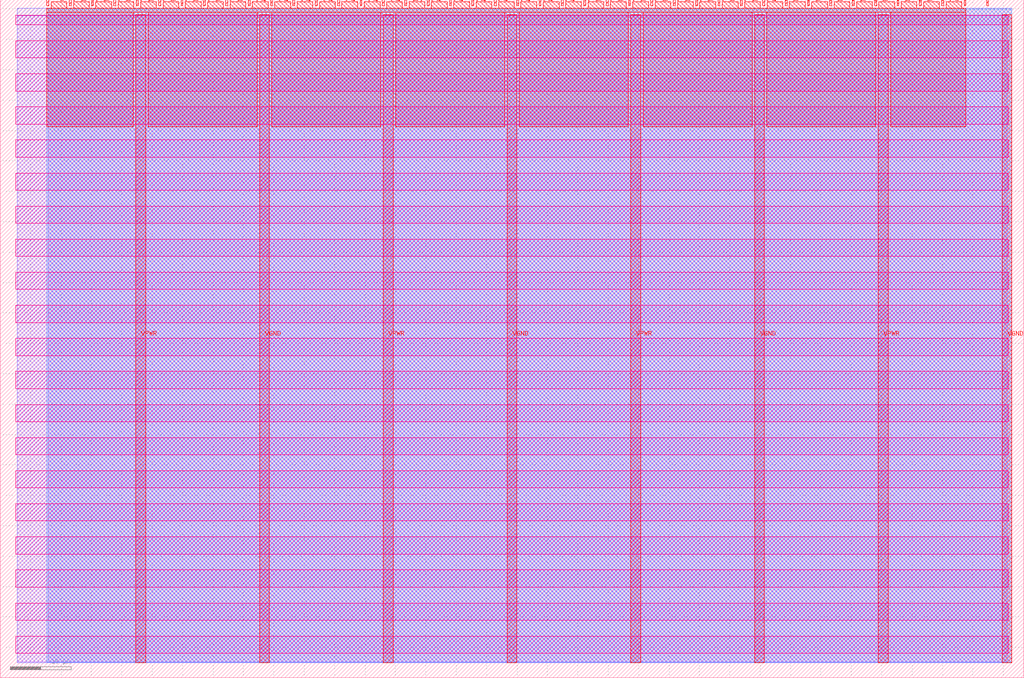
<source format=lef>
VERSION 5.7 ;
  NOWIREEXTENSIONATPIN ON ;
  DIVIDERCHAR "/" ;
  BUSBITCHARS "[]" ;
MACRO tt_um_CPU
  CLASS BLOCK ;
  FOREIGN tt_um_CPU ;
  ORIGIN 0.000 0.000 ;
  SIZE 168.360 BY 111.520 ;
  PIN VGND
    DIRECTION INOUT ;
    USE GROUND ;
    PORT
      LAYER met4 ;
        RECT 42.670 2.480 44.270 109.040 ;
    END
    PORT
      LAYER met4 ;
        RECT 83.380 2.480 84.980 109.040 ;
    END
    PORT
      LAYER met4 ;
        RECT 124.090 2.480 125.690 109.040 ;
    END
    PORT
      LAYER met4 ;
        RECT 164.800 2.480 166.400 109.040 ;
    END
  END VGND
  PIN VPWR
    DIRECTION INOUT ;
    USE POWER ;
    PORT
      LAYER met4 ;
        RECT 22.315 2.480 23.915 109.040 ;
    END
    PORT
      LAYER met4 ;
        RECT 63.025 2.480 64.625 109.040 ;
    END
    PORT
      LAYER met4 ;
        RECT 103.735 2.480 105.335 109.040 ;
    END
    PORT
      LAYER met4 ;
        RECT 144.445 2.480 146.045 109.040 ;
    END
  END VPWR
  PIN clk
    DIRECTION INPUT ;
    USE SIGNAL ;
    ANTENNAGATEAREA 0.852000 ;
    PORT
      LAYER met4 ;
        RECT 158.550 110.520 158.850 111.520 ;
    END
  END clk
  PIN ena
    DIRECTION INPUT ;
    USE SIGNAL ;
    PORT
      LAYER met4 ;
        RECT 162.230 110.520 162.530 111.520 ;
    END
  END ena
  PIN rst_n
    DIRECTION INPUT ;
    USE SIGNAL ;
    ANTENNAGATEAREA 0.213000 ;
    PORT
      LAYER met4 ;
        RECT 154.870 110.520 155.170 111.520 ;
    END
  END rst_n
  PIN ui_in[0]
    DIRECTION INPUT ;
    USE SIGNAL ;
    ANTENNAGATEAREA 0.213000 ;
    PORT
      LAYER met4 ;
        RECT 151.190 110.520 151.490 111.520 ;
    END
  END ui_in[0]
  PIN ui_in[1]
    DIRECTION INPUT ;
    USE SIGNAL ;
    ANTENNAGATEAREA 0.213000 ;
    PORT
      LAYER met4 ;
        RECT 147.510 110.520 147.810 111.520 ;
    END
  END ui_in[1]
  PIN ui_in[2]
    DIRECTION INPUT ;
    USE SIGNAL ;
    ANTENNAGATEAREA 0.213000 ;
    PORT
      LAYER met4 ;
        RECT 143.830 110.520 144.130 111.520 ;
    END
  END ui_in[2]
  PIN ui_in[3]
    DIRECTION INPUT ;
    USE SIGNAL ;
    ANTENNAGATEAREA 0.213000 ;
    PORT
      LAYER met4 ;
        RECT 140.150 110.520 140.450 111.520 ;
    END
  END ui_in[3]
  PIN ui_in[4]
    DIRECTION INPUT ;
    USE SIGNAL ;
    ANTENNAGATEAREA 0.213000 ;
    PORT
      LAYER met4 ;
        RECT 136.470 110.520 136.770 111.520 ;
    END
  END ui_in[4]
  PIN ui_in[5]
    DIRECTION INPUT ;
    USE SIGNAL ;
    ANTENNAGATEAREA 0.213000 ;
    PORT
      LAYER met4 ;
        RECT 132.790 110.520 133.090 111.520 ;
    END
  END ui_in[5]
  PIN ui_in[6]
    DIRECTION INPUT ;
    USE SIGNAL ;
    ANTENNAGATEAREA 0.159000 ;
    PORT
      LAYER met4 ;
        RECT 129.110 110.520 129.410 111.520 ;
    END
  END ui_in[6]
  PIN ui_in[7]
    DIRECTION INPUT ;
    USE SIGNAL ;
    ANTENNAGATEAREA 0.213000 ;
    PORT
      LAYER met4 ;
        RECT 125.430 110.520 125.730 111.520 ;
    END
  END ui_in[7]
  PIN uio_in[0]
    DIRECTION INPUT ;
    USE SIGNAL ;
    PORT
      LAYER met4 ;
        RECT 121.750 110.520 122.050 111.520 ;
    END
  END uio_in[0]
  PIN uio_in[1]
    DIRECTION INPUT ;
    USE SIGNAL ;
    PORT
      LAYER met4 ;
        RECT 118.070 110.520 118.370 111.520 ;
    END
  END uio_in[1]
  PIN uio_in[2]
    DIRECTION INPUT ;
    USE SIGNAL ;
    PORT
      LAYER met4 ;
        RECT 114.390 110.520 114.690 111.520 ;
    END
  END uio_in[2]
  PIN uio_in[3]
    DIRECTION INPUT ;
    USE SIGNAL ;
    PORT
      LAYER met4 ;
        RECT 110.710 110.520 111.010 111.520 ;
    END
  END uio_in[3]
  PIN uio_in[4]
    DIRECTION INPUT ;
    USE SIGNAL ;
    PORT
      LAYER met4 ;
        RECT 107.030 110.520 107.330 111.520 ;
    END
  END uio_in[4]
  PIN uio_in[5]
    DIRECTION INPUT ;
    USE SIGNAL ;
    PORT
      LAYER met4 ;
        RECT 103.350 110.520 103.650 111.520 ;
    END
  END uio_in[5]
  PIN uio_in[6]
    DIRECTION INPUT ;
    USE SIGNAL ;
    PORT
      LAYER met4 ;
        RECT 99.670 110.520 99.970 111.520 ;
    END
  END uio_in[6]
  PIN uio_in[7]
    DIRECTION INPUT ;
    USE SIGNAL ;
    PORT
      LAYER met4 ;
        RECT 95.990 110.520 96.290 111.520 ;
    END
  END uio_in[7]
  PIN uio_oe[0]
    DIRECTION OUTPUT TRISTATE ;
    USE SIGNAL ;
    PORT
      LAYER met4 ;
        RECT 33.430 110.520 33.730 111.520 ;
    END
  END uio_oe[0]
  PIN uio_oe[1]
    DIRECTION OUTPUT TRISTATE ;
    USE SIGNAL ;
    PORT
      LAYER met4 ;
        RECT 29.750 110.520 30.050 111.520 ;
    END
  END uio_oe[1]
  PIN uio_oe[2]
    DIRECTION OUTPUT TRISTATE ;
    USE SIGNAL ;
    PORT
      LAYER met4 ;
        RECT 26.070 110.520 26.370 111.520 ;
    END
  END uio_oe[2]
  PIN uio_oe[3]
    DIRECTION OUTPUT TRISTATE ;
    USE SIGNAL ;
    PORT
      LAYER met4 ;
        RECT 22.390 110.520 22.690 111.520 ;
    END
  END uio_oe[3]
  PIN uio_oe[4]
    DIRECTION OUTPUT TRISTATE ;
    USE SIGNAL ;
    PORT
      LAYER met4 ;
        RECT 18.710 110.520 19.010 111.520 ;
    END
  END uio_oe[4]
  PIN uio_oe[5]
    DIRECTION OUTPUT TRISTATE ;
    USE SIGNAL ;
    PORT
      LAYER met4 ;
        RECT 15.030 110.520 15.330 111.520 ;
    END
  END uio_oe[5]
  PIN uio_oe[6]
    DIRECTION OUTPUT TRISTATE ;
    USE SIGNAL ;
    PORT
      LAYER met4 ;
        RECT 11.350 110.520 11.650 111.520 ;
    END
  END uio_oe[6]
  PIN uio_oe[7]
    DIRECTION OUTPUT TRISTATE ;
    USE SIGNAL ;
    PORT
      LAYER met4 ;
        RECT 7.670 110.520 7.970 111.520 ;
    END
  END uio_oe[7]
  PIN uio_out[0]
    DIRECTION OUTPUT TRISTATE ;
    USE SIGNAL ;
    ANTENNADIFFAREA 0.795200 ;
    PORT
      LAYER met4 ;
        RECT 62.870 110.520 63.170 111.520 ;
    END
  END uio_out[0]
  PIN uio_out[1]
    DIRECTION OUTPUT TRISTATE ;
    USE SIGNAL ;
    ANTENNAGATEAREA 0.126000 ;
    ANTENNADIFFAREA 0.445500 ;
    PORT
      LAYER met4 ;
        RECT 59.190 110.520 59.490 111.520 ;
    END
  END uio_out[1]
  PIN uio_out[2]
    DIRECTION OUTPUT TRISTATE ;
    USE SIGNAL ;
    ANTENNAGATEAREA 0.126000 ;
    ANTENNADIFFAREA 0.445500 ;
    PORT
      LAYER met4 ;
        RECT 55.510 110.520 55.810 111.520 ;
    END
  END uio_out[2]
  PIN uio_out[3]
    DIRECTION OUTPUT TRISTATE ;
    USE SIGNAL ;
    ANTENNAGATEAREA 0.126000 ;
    ANTENNADIFFAREA 0.445500 ;
    PORT
      LAYER met4 ;
        RECT 51.830 110.520 52.130 111.520 ;
    END
  END uio_out[3]
  PIN uio_out[4]
    DIRECTION OUTPUT TRISTATE ;
    USE SIGNAL ;
    ANTENNAGATEAREA 0.126000 ;
    ANTENNADIFFAREA 0.891000 ;
    PORT
      LAYER met4 ;
        RECT 48.150 110.520 48.450 111.520 ;
    END
  END uio_out[4]
  PIN uio_out[5]
    DIRECTION OUTPUT TRISTATE ;
    USE SIGNAL ;
    ANTENNAGATEAREA 0.126000 ;
    ANTENNADIFFAREA 0.445500 ;
    PORT
      LAYER met4 ;
        RECT 44.470 110.520 44.770 111.520 ;
    END
  END uio_out[5]
  PIN uio_out[6]
    DIRECTION OUTPUT TRISTATE ;
    USE SIGNAL ;
    ANTENNAGATEAREA 0.126000 ;
    ANTENNADIFFAREA 0.891000 ;
    PORT
      LAYER met4 ;
        RECT 40.790 110.520 41.090 111.520 ;
    END
  END uio_out[6]
  PIN uio_out[7]
    DIRECTION OUTPUT TRISTATE ;
    USE SIGNAL ;
    ANTENNAGATEAREA 0.126000 ;
    ANTENNADIFFAREA 0.891000 ;
    PORT
      LAYER met4 ;
        RECT 37.110 110.520 37.410 111.520 ;
    END
  END uio_out[7]
  PIN uo_out[0]
    DIRECTION OUTPUT TRISTATE ;
    USE SIGNAL ;
    ANTENNAGATEAREA 0.126000 ;
    ANTENNADIFFAREA 0.891000 ;
    PORT
      LAYER met4 ;
        RECT 92.310 110.520 92.610 111.520 ;
    END
  END uo_out[0]
  PIN uo_out[1]
    DIRECTION OUTPUT TRISTATE ;
    USE SIGNAL ;
    ANTENNAGATEAREA 0.126000 ;
    ANTENNADIFFAREA 0.891000 ;
    PORT
      LAYER met4 ;
        RECT 88.630 110.520 88.930 111.520 ;
    END
  END uo_out[1]
  PIN uo_out[2]
    DIRECTION OUTPUT TRISTATE ;
    USE SIGNAL ;
    ANTENNAGATEAREA 0.126000 ;
    ANTENNADIFFAREA 0.891000 ;
    PORT
      LAYER met4 ;
        RECT 84.950 110.520 85.250 111.520 ;
    END
  END uo_out[2]
  PIN uo_out[3]
    DIRECTION OUTPUT TRISTATE ;
    USE SIGNAL ;
    ANTENNAGATEAREA 0.126000 ;
    ANTENNADIFFAREA 0.891000 ;
    PORT
      LAYER met4 ;
        RECT 81.270 110.520 81.570 111.520 ;
    END
  END uo_out[3]
  PIN uo_out[4]
    DIRECTION OUTPUT TRISTATE ;
    USE SIGNAL ;
    ANTENNAGATEAREA 0.126000 ;
    ANTENNADIFFAREA 0.445500 ;
    PORT
      LAYER met4 ;
        RECT 77.590 110.520 77.890 111.520 ;
    END
  END uo_out[4]
  PIN uo_out[5]
    DIRECTION OUTPUT TRISTATE ;
    USE SIGNAL ;
    ANTENNAGATEAREA 0.126000 ;
    ANTENNADIFFAREA 0.445500 ;
    PORT
      LAYER met4 ;
        RECT 73.910 110.520 74.210 111.520 ;
    END
  END uo_out[5]
  PIN uo_out[6]
    DIRECTION OUTPUT TRISTATE ;
    USE SIGNAL ;
    ANTENNAGATEAREA 0.126000 ;
    ANTENNADIFFAREA 0.891000 ;
    PORT
      LAYER met4 ;
        RECT 70.230 110.520 70.530 111.520 ;
    END
  END uo_out[6]
  PIN uo_out[7]
    DIRECTION OUTPUT TRISTATE ;
    USE SIGNAL ;
    ANTENNAGATEAREA 0.126000 ;
    ANTENNADIFFAREA 0.891000 ;
    PORT
      LAYER met4 ;
        RECT 66.550 110.520 66.850 111.520 ;
    END
  END uo_out[7]
  OBS
      LAYER nwell ;
        RECT 2.570 107.385 165.790 108.990 ;
        RECT 2.570 101.945 165.790 104.775 ;
        RECT 2.570 96.505 165.790 99.335 ;
        RECT 2.570 91.065 165.790 93.895 ;
        RECT 2.570 85.625 165.790 88.455 ;
        RECT 2.570 80.185 165.790 83.015 ;
        RECT 2.570 74.745 165.790 77.575 ;
        RECT 2.570 69.305 165.790 72.135 ;
        RECT 2.570 63.865 165.790 66.695 ;
        RECT 2.570 58.425 165.790 61.255 ;
        RECT 2.570 52.985 165.790 55.815 ;
        RECT 2.570 47.545 165.790 50.375 ;
        RECT 2.570 42.105 165.790 44.935 ;
        RECT 2.570 36.665 165.790 39.495 ;
        RECT 2.570 31.225 165.790 34.055 ;
        RECT 2.570 25.785 165.790 28.615 ;
        RECT 2.570 20.345 165.790 23.175 ;
        RECT 2.570 14.905 165.790 17.735 ;
        RECT 2.570 9.465 165.790 12.295 ;
        RECT 2.570 4.025 165.790 6.855 ;
      LAYER li1 ;
        RECT 2.760 2.635 165.600 108.885 ;
      LAYER met1 ;
        RECT 2.760 2.480 166.400 110.120 ;
      LAYER met2 ;
        RECT 7.910 2.535 166.370 110.150 ;
      LAYER met3 ;
        RECT 7.630 2.555 166.390 109.985 ;
      LAYER met4 ;
        RECT 8.370 110.120 10.950 111.170 ;
        RECT 12.050 110.120 14.630 111.170 ;
        RECT 15.730 110.120 18.310 111.170 ;
        RECT 19.410 110.120 21.990 111.170 ;
        RECT 23.090 110.120 25.670 111.170 ;
        RECT 26.770 110.120 29.350 111.170 ;
        RECT 30.450 110.120 33.030 111.170 ;
        RECT 34.130 110.120 36.710 111.170 ;
        RECT 37.810 110.120 40.390 111.170 ;
        RECT 41.490 110.120 44.070 111.170 ;
        RECT 45.170 110.120 47.750 111.170 ;
        RECT 48.850 110.120 51.430 111.170 ;
        RECT 52.530 110.120 55.110 111.170 ;
        RECT 56.210 110.120 58.790 111.170 ;
        RECT 59.890 110.120 62.470 111.170 ;
        RECT 63.570 110.120 66.150 111.170 ;
        RECT 67.250 110.120 69.830 111.170 ;
        RECT 70.930 110.120 73.510 111.170 ;
        RECT 74.610 110.120 77.190 111.170 ;
        RECT 78.290 110.120 80.870 111.170 ;
        RECT 81.970 110.120 84.550 111.170 ;
        RECT 85.650 110.120 88.230 111.170 ;
        RECT 89.330 110.120 91.910 111.170 ;
        RECT 93.010 110.120 95.590 111.170 ;
        RECT 96.690 110.120 99.270 111.170 ;
        RECT 100.370 110.120 102.950 111.170 ;
        RECT 104.050 110.120 106.630 111.170 ;
        RECT 107.730 110.120 110.310 111.170 ;
        RECT 111.410 110.120 113.990 111.170 ;
        RECT 115.090 110.120 117.670 111.170 ;
        RECT 118.770 110.120 121.350 111.170 ;
        RECT 122.450 110.120 125.030 111.170 ;
        RECT 126.130 110.120 128.710 111.170 ;
        RECT 129.810 110.120 132.390 111.170 ;
        RECT 133.490 110.120 136.070 111.170 ;
        RECT 137.170 110.120 139.750 111.170 ;
        RECT 140.850 110.120 143.430 111.170 ;
        RECT 144.530 110.120 147.110 111.170 ;
        RECT 148.210 110.120 150.790 111.170 ;
        RECT 151.890 110.120 154.470 111.170 ;
        RECT 155.570 110.120 158.150 111.170 ;
        RECT 7.655 109.440 158.850 110.120 ;
        RECT 7.655 90.615 21.915 109.440 ;
        RECT 24.315 90.615 42.270 109.440 ;
        RECT 44.670 90.615 62.625 109.440 ;
        RECT 65.025 90.615 82.980 109.440 ;
        RECT 85.380 90.615 103.335 109.440 ;
        RECT 105.735 90.615 123.690 109.440 ;
        RECT 126.090 90.615 144.045 109.440 ;
        RECT 146.445 90.615 158.850 109.440 ;
  END
END tt_um_CPU
END LIBRARY


</source>
